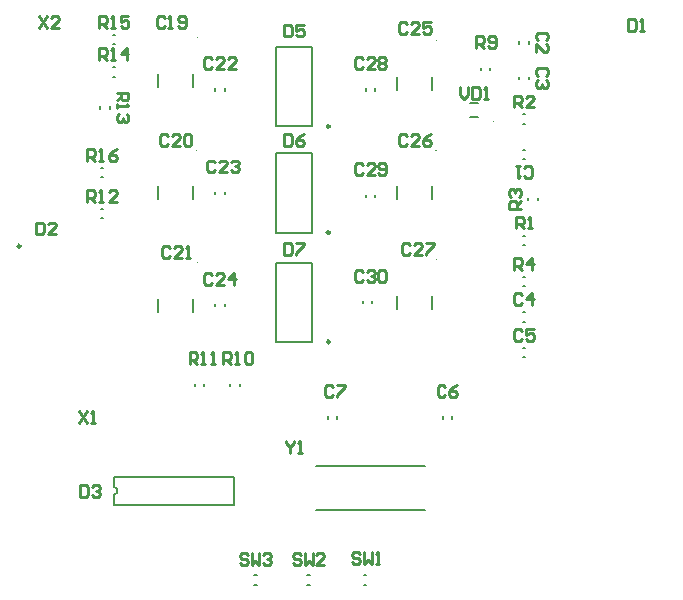
<source format=gbr>
G04*
G04 #@! TF.GenerationSoftware,Altium Limited,Altium Designer,24.4.1 (13)*
G04*
G04 Layer_Color=65535*
%FSLAX44Y44*%
%MOMM*%
G71*
G04*
G04 #@! TF.SameCoordinates,79D782BA-BD90-4D4D-B637-5DB34664487F*
G04*
G04*
G04 #@! TF.FilePolarity,Positive*
G04*
G01*
G75*
%ADD10C,0.1000*%
%ADD11C,0.2000*%
%ADD12C,0.2500*%
%ADD13C,0.2540*%
D10*
X1358160Y1222870D02*
G03*
X1358160Y1222870I-500J0D01*
G01*
X1211871Y1155879D02*
G03*
X1211871Y1155879I-500J0D01*
G01*
X1163371Y1223871D02*
G03*
X1163371Y1223871I-500J0D01*
G01*
X960871Y1131371D02*
G03*
X960871Y1131371I-500J0D01*
G01*
X1163371D02*
G03*
X1163371Y1131371I-500J0D01*
G01*
Y1038871D02*
G03*
X1163371Y1038871I-500J0D01*
G01*
X960871Y1036121D02*
G03*
X960871Y1036121I-500J0D01*
G01*
Y1226371D02*
G03*
X960871Y1226371I-500J0D01*
G01*
D11*
X890150Y839575D02*
G03*
X890150Y845925I0J3175D01*
G01*
X1009000Y763500D02*
X1011000D01*
X1009000Y771500D02*
X1011000D01*
X879000Y1116500D02*
X881000D01*
X879000Y1108500D02*
X881000D01*
X889000Y1229000D02*
X891000D01*
X889000Y1221000D02*
X891000D01*
X1054000Y771500D02*
X1056000D01*
X1054000Y763500D02*
X1056000D01*
X1101500Y771500D02*
X1103500D01*
X1101500Y763500D02*
X1103500D01*
X890150Y831100D02*
X991750D01*
Y854400D01*
X890150D02*
X991750D01*
X890150Y845925D02*
Y854400D01*
Y831100D02*
Y839575D01*
X1061500Y863750D02*
X1153500D01*
X1061500Y826250D02*
X1153500D01*
X1168500Y904000D02*
Y906000D01*
X1176500Y904000D02*
Y906000D01*
X1071000Y904000D02*
Y906000D01*
X1079000Y904000D02*
Y906000D01*
X1241500Y1191500D02*
Y1193500D01*
X1233500Y1191500D02*
Y1193500D01*
X1241500Y1221500D02*
Y1223500D01*
X1233500Y1221500D02*
Y1223500D01*
X1236500Y1153500D02*
X1238500D01*
X1236500Y1161500D02*
X1238500D01*
X1236500Y1123500D02*
X1238500D01*
X1236500Y1131500D02*
X1238500D01*
X1249000Y1089000D02*
Y1091000D01*
X1241000Y1089000D02*
Y1091000D01*
X1236500Y1051000D02*
X1238500D01*
X1236500Y1059000D02*
X1238500D01*
X1236500Y1016000D02*
X1238500D01*
X1236500Y1024000D02*
X1238500D01*
X1236500Y994000D02*
X1238500D01*
X1236500Y986000D02*
X1238500D01*
X1236500Y964000D02*
X1238500D01*
X1236500Y956000D02*
X1238500D01*
X889000Y1201500D02*
X891000D01*
X889000Y1193500D02*
X891000D01*
X988500Y931500D02*
Y933500D01*
X996500Y931500D02*
Y933500D01*
X1027000Y1036000D02*
X1058000D01*
X1027000Y969000D02*
X1058000D01*
X1027000D02*
Y1036000D01*
X1058000Y969000D02*
Y1036000D01*
X958500Y931500D02*
Y933500D01*
X966500Y931500D02*
Y933500D01*
X886500Y1166500D02*
Y1168500D01*
X878500Y1166500D02*
Y1168500D01*
X879000Y1081500D02*
X881000D01*
X879000Y1073500D02*
X881000D01*
X1192000Y1159000D02*
X1198000D01*
X1192000Y1171000D02*
X1198000D01*
X1209000Y1199000D02*
Y1201000D01*
X1201000Y1199000D02*
Y1201000D01*
X976000Y1181500D02*
Y1183500D01*
X984000Y1181500D02*
Y1183500D01*
X1103500Y1181500D02*
Y1183500D01*
X1111500Y1181500D02*
Y1183500D01*
X1159750Y1182000D02*
Y1193000D01*
X1130250Y1182000D02*
Y1193000D01*
X1027000Y1218500D02*
X1058000D01*
X1027000Y1151500D02*
X1058000D01*
X1027000D02*
Y1218500D01*
X1058000Y1151500D02*
Y1218500D01*
X957250Y1089500D02*
Y1100500D01*
X927750Y1089500D02*
Y1100500D01*
X976000Y1094000D02*
Y1096000D01*
X984000Y1094000D02*
Y1096000D01*
X1159750Y1089500D02*
Y1100500D01*
X1130250Y1089500D02*
Y1100500D01*
X1103500Y1091500D02*
Y1093500D01*
X1111500Y1091500D02*
Y1093500D01*
X1027000Y1128500D02*
X1058000D01*
X1027000Y1061500D02*
X1058000D01*
X1027000D02*
Y1128500D01*
X1058000Y1061500D02*
Y1128500D01*
X1159750Y997000D02*
Y1008000D01*
X1130250Y997000D02*
Y1008000D01*
X1101000Y1001500D02*
Y1003500D01*
X1109000Y1001500D02*
Y1003500D01*
X957250Y994250D02*
Y1005250D01*
X927750Y994250D02*
Y1005250D01*
X976000Y999000D02*
Y1001000D01*
X984000Y999000D02*
Y1001000D01*
X927750Y1184500D02*
Y1195500D01*
X957250Y1184500D02*
Y1195500D01*
D12*
X811250Y1050000D02*
G03*
X811250Y1050000I-1250J0D01*
G01*
X1073000Y969000D02*
G03*
X1073000Y969000I-1250J0D01*
G01*
Y1151500D02*
G03*
X1073000Y1151500I-1250J0D01*
G01*
Y1061500D02*
G03*
X1073000Y1061500I-1250J0D01*
G01*
D13*
X1325836Y1242498D02*
Y1232502D01*
X1330834D01*
X1332500Y1234168D01*
Y1240832D01*
X1330834Y1242498D01*
X1325836D01*
X1335832Y1232502D02*
X1339164D01*
X1337498D01*
Y1242498D01*
X1335832Y1240832D01*
X826669Y1244998D02*
X833334Y1235002D01*
Y1244998D02*
X826669Y1235002D01*
X843331D02*
X836666D01*
X843331Y1241666D01*
Y1243332D01*
X841665Y1244998D01*
X838332D01*
X836666Y1243332D01*
X861669Y847498D02*
Y837502D01*
X866668D01*
X868334Y839168D01*
Y845832D01*
X866668Y847498D01*
X861669D01*
X871666Y845832D02*
X873332Y847498D01*
X876665D01*
X878331Y845832D01*
Y844166D01*
X876665Y842500D01*
X874998D01*
X876665D01*
X878331Y840834D01*
Y839168D01*
X876665Y837502D01*
X873332D01*
X871666Y839168D01*
X1035835Y884998D02*
Y883332D01*
X1039168Y880000D01*
X1042500Y883332D01*
Y884998D01*
X1039168Y880000D02*
Y875002D01*
X1045832D02*
X1049165D01*
X1047498D01*
Y884998D01*
X1045832Y883332D01*
X860835Y909998D02*
X867500Y900002D01*
Y909998D02*
X860835Y900002D01*
X870832D02*
X874165D01*
X872498D01*
Y909998D01*
X870832Y908332D01*
X1183337Y1184998D02*
Y1178334D01*
X1186669Y1175002D01*
X1190002Y1178334D01*
Y1184998D01*
X1193334D02*
Y1175002D01*
X1198332D01*
X1199998Y1176668D01*
Y1183332D01*
X1198332Y1184998D01*
X1193334D01*
X1203331Y1175002D02*
X1206663D01*
X1204997D01*
Y1184998D01*
X1203331Y1183332D01*
X1003335Y788332D02*
X1001669Y789998D01*
X998337D01*
X996671Y788332D01*
Y786666D01*
X998337Y785000D01*
X1001669D01*
X1003335Y783334D01*
Y781668D01*
X1001669Y780002D01*
X998337D01*
X996671Y781668D01*
X1006668Y789998D02*
Y780002D01*
X1010000Y783334D01*
X1013332Y780002D01*
Y789998D01*
X1016665Y788332D02*
X1018331Y789998D01*
X1021663D01*
X1023329Y788332D01*
Y786666D01*
X1021663Y785000D01*
X1019997D01*
X1021663D01*
X1023329Y783334D01*
Y781668D01*
X1021663Y780002D01*
X1018331D01*
X1016665Y781668D01*
X1048335Y788332D02*
X1046669Y789998D01*
X1043337D01*
X1041671Y788332D01*
Y786666D01*
X1043337Y785000D01*
X1046669D01*
X1048335Y783334D01*
Y781668D01*
X1046669Y780002D01*
X1043337D01*
X1041671Y781668D01*
X1051668Y789998D02*
Y780002D01*
X1055000Y783334D01*
X1058332Y780002D01*
Y789998D01*
X1068329Y780002D02*
X1061665D01*
X1068329Y786666D01*
Y788332D01*
X1066663Y789998D01*
X1063331D01*
X1061665Y788332D01*
X1098356Y789381D02*
X1096690Y791047D01*
X1093358D01*
X1091692Y789381D01*
Y787714D01*
X1093358Y786048D01*
X1096690D01*
X1098356Y784382D01*
Y782716D01*
X1096690Y781050D01*
X1093358D01*
X1091692Y782716D01*
X1101689Y791047D02*
Y781050D01*
X1105021Y784382D01*
X1108353Y781050D01*
Y791047D01*
X1111686Y781050D02*
X1115018D01*
X1113352D01*
Y791047D01*
X1111686Y789381D01*
X867504Y1122502D02*
Y1132498D01*
X872502D01*
X874168Y1130832D01*
Y1127500D01*
X872502Y1125834D01*
X867504D01*
X870836D02*
X874168Y1122502D01*
X877501D02*
X880833D01*
X879167D01*
Y1132498D01*
X877501Y1130832D01*
X892496Y1132498D02*
X889164Y1130832D01*
X885832Y1127500D01*
Y1124168D01*
X887498Y1122502D01*
X890830D01*
X892496Y1124168D01*
Y1125834D01*
X890830Y1127500D01*
X885832D01*
X877504Y1235002D02*
Y1244998D01*
X882502D01*
X884168Y1243332D01*
Y1240000D01*
X882502Y1238334D01*
X877504D01*
X880836D02*
X884168Y1235002D01*
X887501D02*
X890833D01*
X889167D01*
Y1244998D01*
X887501Y1243332D01*
X902496Y1244998D02*
X895832D01*
Y1240000D01*
X899164Y1241666D01*
X900830D01*
X902496Y1240000D01*
Y1236668D01*
X900830Y1235002D01*
X897498D01*
X895832Y1236668D01*
X877504Y1207502D02*
Y1217498D01*
X882502D01*
X884168Y1215832D01*
Y1212500D01*
X882502Y1210834D01*
X877504D01*
X880836D02*
X884168Y1207502D01*
X887501D02*
X890833D01*
X889167D01*
Y1217498D01*
X887501Y1215832D01*
X900830Y1207502D02*
Y1217498D01*
X895832Y1212500D01*
X902496D01*
X892502Y1179996D02*
X902498D01*
Y1174998D01*
X900832Y1173332D01*
X897500D01*
X895834Y1174998D01*
Y1179996D01*
Y1176664D02*
X892502Y1173332D01*
Y1169999D02*
Y1166667D01*
Y1168333D01*
X902498D01*
X900832Y1169999D01*
Y1161668D02*
X902498Y1160002D01*
Y1156670D01*
X900832Y1155004D01*
X899166D01*
X897500Y1156670D01*
Y1158336D01*
Y1156670D01*
X895834Y1155004D01*
X894168D01*
X892502Y1156670D01*
Y1160002D01*
X894168Y1161668D01*
X867504Y1087502D02*
Y1097498D01*
X872502D01*
X874168Y1095832D01*
Y1092500D01*
X872502Y1090834D01*
X867504D01*
X870836D02*
X874168Y1087502D01*
X877501D02*
X880833D01*
X879167D01*
Y1097498D01*
X877501Y1095832D01*
X892496Y1087502D02*
X885832D01*
X892496Y1094166D01*
Y1095832D01*
X890830Y1097498D01*
X887498D01*
X885832Y1095832D01*
X954170Y950002D02*
Y959998D01*
X959169D01*
X960835Y958332D01*
Y955000D01*
X959169Y953334D01*
X954170D01*
X957502D02*
X960835Y950002D01*
X964167D02*
X967499D01*
X965833D01*
Y959998D01*
X964167Y958332D01*
X972498Y950002D02*
X975830D01*
X974164D01*
Y959998D01*
X972498Y958332D01*
X982504Y950002D02*
Y959998D01*
X987502D01*
X989168Y958332D01*
Y955000D01*
X987502Y953334D01*
X982504D01*
X985836D02*
X989168Y950002D01*
X992501D02*
X995833D01*
X994167D01*
Y959998D01*
X992501Y958332D01*
X1000832D02*
X1002498Y959998D01*
X1005830D01*
X1007496Y958332D01*
Y951668D01*
X1005830Y950002D01*
X1002498D01*
X1000832Y951668D01*
Y958332D01*
X1196669Y1217502D02*
Y1227498D01*
X1201668D01*
X1203334Y1225832D01*
Y1222500D01*
X1201668Y1220834D01*
X1196669D01*
X1200002D02*
X1203334Y1217502D01*
X1206666Y1219168D02*
X1208332Y1217502D01*
X1211665D01*
X1213331Y1219168D01*
Y1225832D01*
X1211665Y1227498D01*
X1208332D01*
X1206666Y1225832D01*
Y1224166D01*
X1208332Y1222500D01*
X1213331D01*
X1229169Y1030002D02*
Y1039998D01*
X1234168D01*
X1235834Y1038332D01*
Y1035000D01*
X1234168Y1033334D01*
X1229169D01*
X1232502D02*
X1235834Y1030002D01*
X1244165D02*
Y1039998D01*
X1239166Y1035000D01*
X1245831D01*
X1234998Y1081669D02*
X1225002D01*
Y1086668D01*
X1226668Y1088334D01*
X1230000D01*
X1231666Y1086668D01*
Y1081669D01*
Y1085002D02*
X1234998Y1088334D01*
X1226668Y1091666D02*
X1225002Y1093332D01*
Y1096665D01*
X1226668Y1098331D01*
X1228334D01*
X1230000Y1096665D01*
Y1094998D01*
Y1096665D01*
X1231666Y1098331D01*
X1233332D01*
X1234998Y1096665D01*
Y1093332D01*
X1233332Y1091666D01*
X1229169Y1167502D02*
Y1177498D01*
X1234168D01*
X1235834Y1175832D01*
Y1172500D01*
X1234168Y1170834D01*
X1229169D01*
X1232502D02*
X1235834Y1167502D01*
X1245831D02*
X1239166D01*
X1245831Y1174166D01*
Y1175832D01*
X1244165Y1177498D01*
X1240832D01*
X1239166Y1175832D01*
X1230835Y1065002D02*
Y1074998D01*
X1235834D01*
X1237500Y1073332D01*
Y1070000D01*
X1235834Y1068334D01*
X1230835D01*
X1234168D02*
X1237500Y1065002D01*
X1240832D02*
X1244165D01*
X1242498D01*
Y1074998D01*
X1240832Y1073332D01*
X1034169Y1052498D02*
Y1042502D01*
X1039168D01*
X1040834Y1044168D01*
Y1050832D01*
X1039168Y1052498D01*
X1034169D01*
X1044166D02*
X1050831D01*
Y1050832D01*
X1044166Y1044168D01*
Y1042502D01*
X1034169Y1144998D02*
Y1135002D01*
X1039168D01*
X1040834Y1136668D01*
Y1143332D01*
X1039168Y1144998D01*
X1034169D01*
X1050831D02*
X1047498Y1143332D01*
X1044166Y1140000D01*
Y1136668D01*
X1045832Y1135002D01*
X1049165D01*
X1050831Y1136668D01*
Y1138334D01*
X1049165Y1140000D01*
X1044166D01*
X1034169Y1237498D02*
Y1227502D01*
X1039168D01*
X1040834Y1229168D01*
Y1235832D01*
X1039168Y1237498D01*
X1034169D01*
X1050831D02*
X1044166D01*
Y1232500D01*
X1047498Y1234166D01*
X1049165D01*
X1050831Y1232500D01*
Y1229168D01*
X1049165Y1227502D01*
X1045832D01*
X1044166Y1229168D01*
X824169Y1069998D02*
Y1060002D01*
X829168D01*
X830834Y1061668D01*
Y1068332D01*
X829168Y1069998D01*
X824169D01*
X840831Y1060002D02*
X834166D01*
X840831Y1066666D01*
Y1068332D01*
X839165Y1069998D01*
X835832D01*
X834166Y1068332D01*
X1100835Y1028332D02*
X1099169Y1029998D01*
X1095837D01*
X1094171Y1028332D01*
Y1021668D01*
X1095837Y1020002D01*
X1099169D01*
X1100835Y1021668D01*
X1104168Y1028332D02*
X1105834Y1029998D01*
X1109166D01*
X1110832Y1028332D01*
Y1026666D01*
X1109166Y1025000D01*
X1107500D01*
X1109166D01*
X1110832Y1023334D01*
Y1021668D01*
X1109166Y1020002D01*
X1105834D01*
X1104168Y1021668D01*
X1114165Y1028332D02*
X1115831Y1029998D01*
X1119163D01*
X1120829Y1028332D01*
Y1021668D01*
X1119163Y1020002D01*
X1115831D01*
X1114165Y1021668D01*
Y1028332D01*
X1100835Y1118332D02*
X1099169Y1119998D01*
X1095837D01*
X1094171Y1118332D01*
Y1111668D01*
X1095837Y1110002D01*
X1099169D01*
X1100835Y1111668D01*
X1110832Y1110002D02*
X1104168D01*
X1110832Y1116666D01*
Y1118332D01*
X1109166Y1119998D01*
X1105834D01*
X1104168Y1118332D01*
X1114165Y1111668D02*
X1115831Y1110002D01*
X1119163D01*
X1120829Y1111668D01*
Y1118332D01*
X1119163Y1119998D01*
X1115831D01*
X1114165Y1118332D01*
Y1116666D01*
X1115831Y1115000D01*
X1120829D01*
X1100835Y1208332D02*
X1099169Y1209998D01*
X1095837D01*
X1094171Y1208332D01*
Y1201668D01*
X1095837Y1200002D01*
X1099169D01*
X1100835Y1201668D01*
X1110832Y1200002D02*
X1104168D01*
X1110832Y1206666D01*
Y1208332D01*
X1109166Y1209998D01*
X1105834D01*
X1104168Y1208332D01*
X1114165D02*
X1115831Y1209998D01*
X1119163D01*
X1120829Y1208332D01*
Y1206666D01*
X1119163Y1205000D01*
X1120829Y1203334D01*
Y1201668D01*
X1119163Y1200002D01*
X1115831D01*
X1114165Y1201668D01*
Y1203334D01*
X1115831Y1205000D01*
X1114165Y1206666D01*
Y1208332D01*
X1115831Y1205000D02*
X1119163D01*
X1140835Y1050832D02*
X1139169Y1052498D01*
X1135837D01*
X1134171Y1050832D01*
Y1044168D01*
X1135837Y1042502D01*
X1139169D01*
X1140835Y1044168D01*
X1150832Y1042502D02*
X1144168D01*
X1150832Y1049166D01*
Y1050832D01*
X1149166Y1052498D01*
X1145834D01*
X1144168Y1050832D01*
X1154165Y1052498D02*
X1160829D01*
Y1050832D01*
X1154165Y1044168D01*
Y1042502D01*
X1138335Y1143332D02*
X1136669Y1144998D01*
X1133337D01*
X1131671Y1143332D01*
Y1136668D01*
X1133337Y1135002D01*
X1136669D01*
X1138335Y1136668D01*
X1148332Y1135002D02*
X1141668D01*
X1148332Y1141666D01*
Y1143332D01*
X1146666Y1144998D01*
X1143334D01*
X1141668Y1143332D01*
X1158329Y1144998D02*
X1154997Y1143332D01*
X1151665Y1140000D01*
Y1136668D01*
X1153331Y1135002D01*
X1156663D01*
X1158329Y1136668D01*
Y1138334D01*
X1156663Y1140000D01*
X1151665D01*
X1138335Y1238332D02*
X1136669Y1239998D01*
X1133337D01*
X1131671Y1238332D01*
Y1231668D01*
X1133337Y1230002D01*
X1136669D01*
X1138335Y1231668D01*
X1148332Y1230002D02*
X1141668D01*
X1148332Y1236666D01*
Y1238332D01*
X1146666Y1239998D01*
X1143334D01*
X1141668Y1238332D01*
X1158329Y1239998D02*
X1151665D01*
Y1235000D01*
X1154997Y1236666D01*
X1156663D01*
X1158329Y1235000D01*
Y1231668D01*
X1156663Y1230002D01*
X1153331D01*
X1151665Y1231668D01*
X973335Y1025832D02*
X971669Y1027498D01*
X968337D01*
X966671Y1025832D01*
Y1019168D01*
X968337Y1017502D01*
X971669D01*
X973335Y1019168D01*
X983332Y1017502D02*
X976668D01*
X983332Y1024166D01*
Y1025832D01*
X981666Y1027498D01*
X978334D01*
X976668Y1025832D01*
X991663Y1017502D02*
Y1027498D01*
X986665Y1022500D01*
X993329D01*
X975835Y1120832D02*
X974169Y1122498D01*
X970837D01*
X969171Y1120832D01*
Y1114168D01*
X970837Y1112502D01*
X974169D01*
X975835Y1114168D01*
X985832Y1112502D02*
X979168D01*
X985832Y1119166D01*
Y1120832D01*
X984166Y1122498D01*
X980834D01*
X979168Y1120832D01*
X989165D02*
X990831Y1122498D01*
X994163D01*
X995829Y1120832D01*
Y1119166D01*
X994163Y1117500D01*
X992497D01*
X994163D01*
X995829Y1115834D01*
Y1114168D01*
X994163Y1112502D01*
X990831D01*
X989165Y1114168D01*
X973335Y1208332D02*
X971669Y1209998D01*
X968337D01*
X966671Y1208332D01*
Y1201668D01*
X968337Y1200002D01*
X971669D01*
X973335Y1201668D01*
X983332Y1200002D02*
X976668D01*
X983332Y1206666D01*
Y1208332D01*
X981666Y1209998D01*
X978334D01*
X976668Y1208332D01*
X993329Y1200002D02*
X986665D01*
X993329Y1206666D01*
Y1208332D01*
X991663Y1209998D01*
X988331D01*
X986665Y1208332D01*
X937502Y1048332D02*
X935835Y1049998D01*
X932503D01*
X930837Y1048332D01*
Y1041668D01*
X932503Y1040002D01*
X935835D01*
X937502Y1041668D01*
X947498Y1040002D02*
X940834D01*
X947498Y1046666D01*
Y1048332D01*
X945832Y1049998D01*
X942500D01*
X940834Y1048332D01*
X950831Y1040002D02*
X954163D01*
X952497D01*
Y1049998D01*
X950831Y1048332D01*
X935835Y1143332D02*
X934169Y1144998D01*
X930837D01*
X929171Y1143332D01*
Y1136668D01*
X930837Y1135002D01*
X934169D01*
X935835Y1136668D01*
X945832Y1135002D02*
X939168D01*
X945832Y1141666D01*
Y1143332D01*
X944166Y1144998D01*
X940834D01*
X939168Y1143332D01*
X949165D02*
X950831Y1144998D01*
X954163D01*
X955829Y1143332D01*
Y1136668D01*
X954163Y1135002D01*
X950831D01*
X949165Y1136668D01*
Y1143332D01*
X933002Y1243279D02*
X931336Y1244945D01*
X928004D01*
X926338Y1243279D01*
Y1236614D01*
X928004Y1234948D01*
X931336D01*
X933002Y1236614D01*
X936335Y1234948D02*
X939667D01*
X938001D01*
Y1244945D01*
X936335Y1243279D01*
X944665Y1236614D02*
X946332Y1234948D01*
X949664D01*
X951330Y1236614D01*
Y1243279D01*
X949664Y1244945D01*
X946332D01*
X944665Y1243279D01*
Y1241612D01*
X946332Y1239946D01*
X951330D01*
X1075834Y930832D02*
X1074168Y932498D01*
X1070835D01*
X1069169Y930832D01*
Y924168D01*
X1070835Y922502D01*
X1074168D01*
X1075834Y924168D01*
X1079166Y932498D02*
X1085831D01*
Y930832D01*
X1079166Y924168D01*
Y922502D01*
X1170834Y930832D02*
X1169168Y932498D01*
X1165835D01*
X1164169Y930832D01*
Y924168D01*
X1165835Y922502D01*
X1169168D01*
X1170834Y924168D01*
X1180831Y932498D02*
X1177498Y930832D01*
X1174166Y927500D01*
Y924168D01*
X1175832Y922502D01*
X1179165D01*
X1180831Y924168D01*
Y925834D01*
X1179165Y927500D01*
X1174166D01*
X1235834Y978332D02*
X1234168Y979998D01*
X1230835D01*
X1229169Y978332D01*
Y971668D01*
X1230835Y970002D01*
X1234168D01*
X1235834Y971668D01*
X1245831Y979998D02*
X1239166D01*
Y975000D01*
X1242498Y976666D01*
X1244165D01*
X1245831Y975000D01*
Y971668D01*
X1244165Y970002D01*
X1240832D01*
X1239166Y971668D01*
X1235834Y1008332D02*
X1234168Y1009998D01*
X1230835D01*
X1229169Y1008332D01*
Y1001668D01*
X1230835Y1000002D01*
X1234168D01*
X1235834Y1001668D01*
X1244165Y1000002D02*
Y1009998D01*
X1239166Y1005000D01*
X1245831D01*
X1255832Y1194166D02*
X1257498Y1195832D01*
Y1199165D01*
X1255832Y1200831D01*
X1249168D01*
X1247502Y1199165D01*
Y1195832D01*
X1249168Y1194166D01*
X1255832Y1190834D02*
X1257498Y1189168D01*
Y1185835D01*
X1255832Y1184169D01*
X1254166D01*
X1252500Y1185835D01*
Y1187502D01*
Y1185835D01*
X1250834Y1184169D01*
X1249168D01*
X1247502Y1185835D01*
Y1189168D01*
X1249168Y1190834D01*
X1255832Y1224166D02*
X1257498Y1225832D01*
Y1229165D01*
X1255832Y1230831D01*
X1249168D01*
X1247502Y1229165D01*
Y1225832D01*
X1249168Y1224166D01*
X1247502Y1214169D02*
Y1220834D01*
X1254166Y1214169D01*
X1255832D01*
X1257498Y1215835D01*
Y1219168D01*
X1255832Y1220834D01*
X1237500Y1109168D02*
X1239166Y1107502D01*
X1242498D01*
X1244165Y1109168D01*
Y1115832D01*
X1242498Y1117498D01*
X1239166D01*
X1237500Y1115832D01*
X1234168Y1117498D02*
X1230835D01*
X1232502D01*
Y1107502D01*
X1234168Y1109168D01*
M02*

</source>
